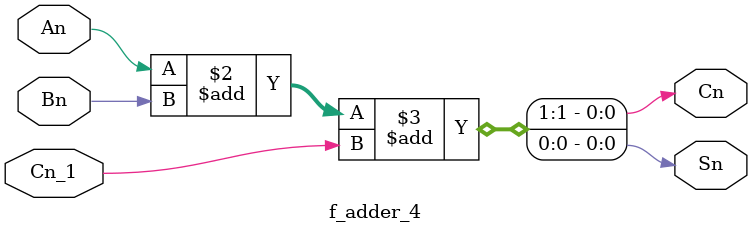
<source format=v>
module f_adder_4(An, Bn, Cn_1, Sn, Cn);
	input An, Bn, Cn_1;
	output Sn, Cn;
	reg Sn, Cn;
	
	always@(An or Bn or Cn_1)
	{Cn, Sn} = An + Bn + Cn_1;
endmodule
</source>
